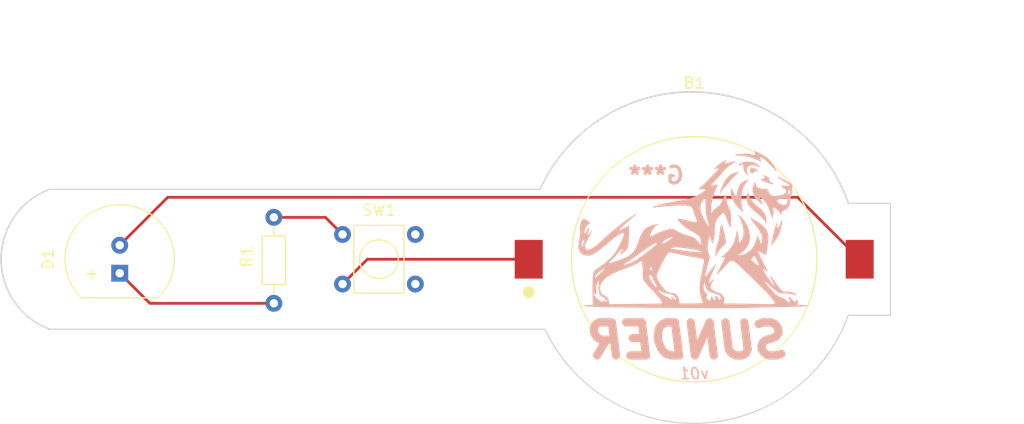
<source format=kicad_pcb>
(kicad_pcb (version 20211014) (generator pcbnew)
  (title_block (title "Simple Led Torch") (date "2022-01-30") (rev "v02") (company "SELF") (comment 1 "Author: Sunder"))
  (layers (0 "F.Cu" signal) (31 "B.Cu" signal) (34 "B.Paste" user) (35 "F.Paste" user) (36 "B.SilkS" user "B.Silkscreen") (37 "F.SilkS" user "F.Silkscreen") (38 "B.Mask" user) (39 "F.Mask" user) (44 "Edge.Cuts" user))
  (net 0 "")
  (net 1 "Net-(B1-Pad1)")
  (net 2 "Net-(B1-Pad2)")
  (net 3 "Net-(D1-Pad1)")
  (net 4 "Net-(R1-Pad2)")
  (footprint "simple_led_torch:DPST_L6.5mm_D4.5mm" (layer "F.Cu") (at 95.885 134.62)
    (fp_text reference "SW1" (at 0 -4.445 unlocked) (layer "F.SilkS"))
    (fp_text value "DPST_Push_Button")
    (fp_rect (start -2.275 -3.075) (end 2.275 3.075) (layer "F.SilkS") (width 0.12) (fill none))
    (fp_circle (center 0 0) (end 0.725 1.6) (layer "F.SilkS") (width 0.12) (fill none))
    (pad "1" thru_hole circle (at -3.3 -2.25) (size 1.524 1.524) (drill 0.762) (layers *.Cu *.Mask) (net 4 "Net-(R1-Pad2)"))
    (pad "2" thru_hole circle (at -3.3 2.25) (size 1.524 1.524) (drill 0.762) (layers *.Cu *.Mask) (net 1 "Net-(B1-Pad1)"))
    (pad "3" thru_hole circle (at 3.3 -2.25) (size 1.524 1.524) (drill 0.762) (layers *.Cu *.Mask))
    (pad "4" thru_hole circle (at 3.3 2.25) (size 1.524 1.524) (drill 0.762) (layers *.Cu *.Mask))
  )
  (footprint "simple_led_torch:LED_L10mm_D2.54mm" (layer "F.Cu") (at 72.39 134.62 90)
    (fp_text reference "D1" (at 0 -6.5 90 unlocked) (layer "F.SilkS"))
    (fp_text value "Led")
    (fp_line (start -3.5 -3.5) (end -3.5 3.5) (layer "F.SilkS") (width 0.12))
    (fp_arc (start -3.5 -3.5) (mid 4.949747 0) (end -3.5 3.5) (layer "F.SilkS") (width 0.12))
    (pad "1" thru_hole rect (at -1.27 0 90) (size 1.524 1.524) (drill 0.762) (layers *.Cu *.Mask) (net 3 "Net-(D1-Pad1)"))
    (pad "2" thru_hole circle (at 1.27 0 90) (size 1.524 1.524) (drill 0.762) (layers *.Cu *.Mask) (net 2 "Net-(B1-Pad2)"))
  )
  (footprint "simple_led_torch:2032_Battery_Holder" (layer "F.Cu") (at 124.46 134.62)
    (fp_text reference "B1" (at 0 -16 unlocked) (layer "F.SilkS"))
    (fp_text value "Battery_Cell")
    (fp_circle (center 0 0) (end 11.125 0) (layer "F.SilkS") (width 0.12) (fill none))
    (fp_circle (center -15 2.99) (end -14.5 2.99) (layer "F.SilkS") (width 0.1) (fill solid))
    (pad "1" smd rect (at -15 0) (size 2.54 3.51) (layers "F.Cu" "F.Paste" "F.Mask") (net 1 "Net-(B1-Pad1)"))
    (pad "2" smd rect (at 15 0) (size 2.54 3.51) (layers "F.Cu" "F.Paste" "F.Mask") (net 2 "Net-(B1-Pad2)"))
  )
  (footprint "simple_led_torch:R_Axial_L8mm_D2.5mm_Horizontal" (layer "F.Cu") (at 86.36 138.62 90)
    (fp_text reference "R1" (at 4.23 -2.47 90 unlocked) (layer "F.SilkS"))
    (fp_text value "330")
    (fp_line (start 6.1 0) (end 6.9 0) (layer "F.SilkS") (width 0.12))
    (fp_line (start 1.7 0) (end 0.9 0) (layer "F.SilkS") (width 0.12))
    (fp_rect (start 1.7 -1.05) (end 6.1 1.05) (layer "F.SilkS") (width 0.12) (fill none))
    (pad "1" thru_hole circle (at 0 0 90) (size 1.524 1.524) (drill 0.762) (layers *.Cu *.Mask) (net 3 "Net-(D1-Pad1)"))
    (pad "2" thru_hole circle (at 7.8 0 90) (size 1.524 1.524) (drill 0.762) (layers *.Cu *.Mask) (net 4 "Net-(R1-Pad2)"))
  )
  (footprint "Logo:Lion_Logo" (layer "B.Cu") (at 125 132 180)
    (fp_text reference "G***" (at 4 5) (layer "B.SilkS") (effects (font (size 1.524 1.524) (thickness 0.3)) (justify mirror)))
    (fp_text value "LOGO" hide)
    (fp_poly (pts (xy -2.356583 6.360018) (xy -2.235998 6.32509) (xy -2.191421 6.318719) (xy -2.104896 6.28074) (xy -1.955511 6.182471) (xy -1.773332 6.047411) (xy -1.588423 5.899059) (xy -1.430849 5.760915) (xy -1.330676 5.656479) (xy -1.315816 5.634322) (xy -1.278221 5.547919) (xy -1.318059 5.537079) (xy -1.409985 5.568873) (xy -1.58008 5.622313) (xy -1.65035 5.61216) (xy -1.621471 5.533907) (xy -1.494123 5.383046) (xy -1.445619 5.332048) (xy -1.258861 5.137253) (xy -1.031834 4.898484) (xy -0.809662 4.663218) (xy -0.78202 4.633802) (xy -0.564089 4.411909) (xy -0.33196 4.191642) (xy -0.130647 4.015477) (xy -0.103865 3.993872) (xy 0.198921 3.753694) (xy -0.041303 3.749297) (xy -0.23192 3.734472) (xy -0.384493 3.70389) (xy -0.399373 3.698624) (xy -0.451091 3.663425) (xy -0.428078 3.61263) (xy -0.316581 3.528896) (xy -0.211688 3.461976) (xy 0.078983 3.283445) (xy 0.324608 3.142652) (xy 0.548787 3.03165) (xy 0.775124 2.942495) (xy 1.027219 2.867242) (xy 1.328675 2.797944) (xy 1.703093 2.726655) (xy 2.174076 2.645431) (xy 2.253509 2.632068) (xy 2.636842 2.562754) (xy 3.013611 2.485776) (xy 3.369474 2.405166) (xy 3.690092 2.324956) (xy 3.961124 2.24918) (xy 4.16823 2.181869) (xy 4.297069 2.127056) (xy 4.333301 2.088773) (xy 4.262585 2.071054) (xy 4.25021 2.070598) (xy 4.097719 2.076476) (xy 3.857032 2.097079) (xy 3.563755 2.128987) (xy 3.311786 2.160809) (xy 2.836996 2.214163) (xy 2.365395 2.248003) (xy 1.919851 2.26223) (xy 1.523231 2.256746) (xy 1.198401 2.231451) (xy 0.968229 2.186246) (xy 0.926469 2.171118) (xy 0.769049 2.084675) (xy 0.679827 1.964527) (xy 0.628602 1.803377) (xy 0.560198 1.569357) (xy 0.45475 1.27871) (xy 0.30303 0.906347) (xy 0.270193 0.82894) (xy 0.284784 0.770354) (xy 0.399601 0.754149) (xy 0.619375 0.780747) (xy 0.948836 0.850572) (xy 1.19297 0.91128) (xy 1.473941 0.977733) (xy 1.726438 1.026509) (xy 1.915346 1.051365) (xy 1.984994 1.052044) (xy 2.057993 1.038971) (xy 2.084406 1.010233) (xy 2.054385 0.949148) (xy 1.958084 0.839036) (xy 1.785654 0.663219) (xy 1.711922 0.589489) (xy 1.371301 0.280543) (xy 1.015951 0.030392) (xy 0.691175 -0.151468) (xy 0.395025 -0.312799) (xy 0.192694 -0.452622) (xy 0.062457 -0.597448) (xy -0.017408 -0.773789) (xy -0.068624 -1.008155) (xy -0.081807 -1.094828) (xy -0.11781 -1.345074) (xy 0.238263 -0.960258) (xy 0.420957 -0.768597) (xy 0.562587 -0.646565) (xy 0.634257 -0.607852) (xy 2.471182 -0.607852) (xy 2.627586 -0.733587) (xy 2.889756 -0.931461) (xy 3.115186 -1.077109) (xy 3.289917 -1.163938) (xy 3.399989 -1.185355) (xy 3.415033 -1.161158) (xy 3.904018 -1.161158) (xy 3.981097 -1.258517) (xy 4.13336 -1.406506) (xy 4.347949 -1.593443) (xy 4.612004 -1.807646) (xy 4.912667 -2.037434) (xy 4.942365 -2.059428) (xy 5.322569 -2.338039) (xy 5.622226 -2.551444) (xy 5.859659 -2.711117) (xy 6.053194 -2.828531) (xy 6.221155 -2.915161) (xy 6.381867 -2.982481) (xy 6.463505 -3.011889) (xy 6.721435 -3.0927) (xy 6.872234 -3.121687) (xy 6.913492 -3.100757) (xy 6.842801 -3.031817) (xy 6.657751 -2.916776) (xy 6.61426 -2.892503) (xy 6.391571 -2.757387) (xy 6.110626 -2.568952) (xy 5.809618 -2.353588) (xy 5.561655 -2.165252) (xy 5.288054 -1.959025) (xy 4.991667 -1.749923) (xy 4.693586 -1.551255) (xy 4.4149 -1.376332) (xy 4.176702 -1.238462) (xy 4.000082 -1.150956) (xy 3.914981 -1.126109) (xy 3.904018 -1.161158) (xy 3.415033 -1.161158) (xy 3.431442 -1.134765) (xy 3.42551 -1.110468) (xy 3.345665 -1.007841) (xy 3.18791 -0.885265) (xy 2.991287 -0.767263) (xy 2.794838 -0.678357) (xy 2.690148 -0.648584) (xy 2.471182 -0.607852) (xy 0.634257 -0.607852) (xy 0.704688 -0.569808) (xy 0.888797 -0.51397) (xy 1.068299 -0.473561) (xy 1.586393 -0.310321) (xy 2.030362 -0.093525) (xy 2.269162 0.039177) (xy 2.43396 0.116871) (xy 2.557822 0.149299) (xy 2.673813 0.146202) (xy 2.776348 0.12624) (xy 3.283567 -0.019919) (xy 3.820227 -0.229513) (xy 4.120035 -0.370812) (xy 4.318766 -0.465414) (xy 4.470416 -0.52691) (xy 4.544587 -0.5431) (xy 4.546397 -0.541945) (xy 4.549437 -0.459089) (xy 4.493317 -0.307336) (xy 4.394974 -0.117112) (xy 4.271345 0.081158) (xy 4.139367 0.257046) (xy 4.04805 0.353316) (xy 3.79431 0.582555) (xy 4.07117 0.538589) (xy 4.526212 0.41869) (xy 4.895921 0.213157) (xy 5.188087 -0.085112) (xy 5.410501 -0.483223) (xy 5.515288 -0.778263) (xy 5.61795 -1.075995) (xy 5.751686 -1.402429) (xy 5.864089 -1.639905) (xy 6.009272 -1.884353) (xy 6.177746 -2.0846) (xy 6.390484 -2.255287) (xy 6.668457 -2.411052) (xy 7.032639 -2.566533) (xy 7.367068 -2.689) (xy 7.733301 -2.817418) (xy 7.993074 -2.906533) (xy 8.158407 -2.957266) (xy 8.241322 -2.970537) (xy 8.25384 -2.947264) (xy 8.207983 -2.888368) (xy 8.115772 -2.794768) (xy 8.063025 -2.742239) (xy 7.881592 -2.55489) (xy 7.663767 -2.321756) (xy 7.455092 -2.091619) (xy 7.444828 -2.080065) (xy 7.280537 -1.901381) (xy 7.144937 -1.765797) (xy 7.060791 -1.695673) (xy 7.048469 -1.690711) (xy 7.046375 -1.738242) (xy 7.096909 -1.862045) (xy 7.154376 -1.972172) (xy 7.233567 -2.119854) (xy 7.255351 -2.19078) (xy 7.20837 -2.18558) (xy 7.081263 -2.104883) (xy 6.913054 -1.985528) (xy 6.759454 -1.867006) (xy 6.646406 -1.749917) (xy 6.567139 -1.612515) (xy 6.514881 -1.433056) (xy 6.482863 -1.189791) (xy 6.464313 -0.860977) (xy 6.454409 -0.512485) (xy 6.432475 0.445228) (xy 6.882501 0.218599) (xy 7.094472 0.116523) (xy 7.260065 0.045545) (xy 7.35112 0.017449) (xy 7.359548 0.018989) (xy 7.324851 0.067493) (xy 7.21134 0.183308) (xy 7.034507 0.351513) (xy 6.809845 0.557191) (xy 6.6806 0.672811) (xy 6.422247 0.90408) (xy 6.1886 1.116718) (xy 5.999962 1.291993) (xy 5.876636 1.411171) (xy 5.849507 1.439646) (xy 5.724384 1.579679) (xy 5.915776 1.462376) (xy 6.335217 1.188622) (xy 6.809408 0.851504) (xy 7.305182 0.476685) (xy 7.789368 0.089829) (xy 8.228798 -0.2834) (xy 8.537563 -0.566164) (xy 8.947609 -0.951099) (xy 9.28687 -1.249314) (xy 9.56618 -1.468923) (xy 9.796375 -1.618041) (xy 9.988291 -1.704783) (xy 10.092721 -1.730782) (xy 10.292515 -1.724811) (xy 10.408055 -1.633312) (xy 10.438952 -1.463618) (xy 10.384812 -1.223063) (xy 10.245244 -0.918979) (xy 10.213529 -0.864918) (xy 10.514568 -0.864918) (xy 10.534037 -0.938424) (xy 10.574111 -1.106404) (xy 10.612787 -1.312937) (xy 10.617288 -1.341381) (xy 10.643696 -1.490608) (xy 10.66689 -1.528603) (xy 10.699174 -1.46829) (xy 10.710237 -1.439013) (xy 10.73895 -1.262085) (xy 10.727657 -1.118581) (xy 10.664039 -0.959945) (xy 10.589317 -0.864545) (xy 10.520815 -0.819222) (xy 10.514568 -0.864918) (xy 10.213529 -0.864918) (xy 10.145196 -0.748438) (xy 10.015287 -0.524214) (xy 9.910946 -0.314949) (xy 9.853484 -0.163643) (xy 9.851784 -0.156404) (xy 9.810594 0.03128) (xy 9.936433 -0.165219) (xy 10.039811 -0.308157) (xy 10.129064 -0.402172) (xy 10.138975 -0.409123) (xy 10.183333 -0.413004) (xy 10.186566 -0.336519) (xy 10.147078 -0.166856) (xy 10.081606 0.051076) (xy 10.051461 0.195231) (xy 10.075251 0.240868) (xy 10.139273 0.194737) (xy 10.229829 0.063588) (xy 10.290621 -0.051905) (xy 10.391519 -0.232441) (xy 10.462461 -0.30245) (xy 10.496285 -0.26094) (xy 10.48583 -0.106922) (xy 10.480774 -0.078202) (xy 10.405309 0.171056) (xy 10.287109 0.392335) (xy 10.148864 0.54888) (xy 10.063958 0.597018) (xy 9.980936 0.630038) (xy 9.979964 0.675806) (xy 10.06292 0.771909) (xy 10.073244 0.782903) (xy 10.252661 0.932216) (xy 10.438651 1.020944) (xy 10.59651 1.035774) (xy 10.658861 1.007531) (xy 10.744855 0.879039) (xy 10.82064 0.667721) (xy 10.87673 0.415874) (xy 10.90364 0.165793) (xy 10.892797 -0.035574) (xy 10.878605 -0.260969) (xy 10.908502 -0.573627) (xy 10.966322 -0.903579) (xy 11.023128 -1.211412) (xy 11.050228 -1.430821) (xy 11.049554 -1.594437) (xy 11.02304 -1.734894) (xy 11.016838 -1.756365) (xy 10.879088 -2.009263) (xy 10.647506 -2.192441) (xy 10.339935 -2.292614) (xy 10.286985 -2.299814) (xy 10.083716 -2.298809) (xy 9.866539 -2.245233) (xy 9.621358 -2.131213) (xy 9.33408 -1.948879) (xy 8.990608 -1.690359) (xy 8.576847 -1.347783) (xy 8.566827 -1.339225) (xy 8.127244 -0.969305) (xy 7.769124 -0.681789) (xy 7.4844 -0.471674) (xy 7.265006 -0.333957) (xy 7.102873 -0.263633) (xy 6.989936 -0.2557) (xy 6.918127 -0.305154) (xy 6.912756 -0.313291) (xy 6.918237 -0.401977) (xy 6.974579 -0.575648) (xy 7.070624 -0.810622) (xy 7.195211 -1.083214) (xy 7.337181 -1.369739) (xy 7.485375 -1.646514) (xy 7.628635 -1.889854) (xy 7.721447 -2.02964) (xy 8.148831 -2.536341) (xy 8.667748 -2.997597) (xy 9.15784 -3.332683) (xy 9.424982 -3.509282) (xy 9.593138 -3.664467) (xy 9.673973 -3.794973) (xy 9.701642 -3.921691) (xy 9.724433 -4.142959) (xy 9.742196 -4.436278) (xy 9.754785 -4.779146) (xy 9.762051 -5.149064) (xy 9.763845 -5.523531) (xy 9.76002 -5.880047) (xy 9.750428 -6.19611) (xy 9.734919 -6.449221) (xy 9.713347 -6.616878) (xy 9.692924 -6.673185) (xy 9.701707 -6.710386) (xy 9.813727 -6.743358) (xy 10.037589 -6.774055) (xy 10.209057 -6.790466) (xy 10.791872 -6.841065) (xy 10.416503 -6.885096) (xy 10.22244 -6.902762) (xy 9.935197 -6.922402) (xy 9.586657 -6.942135) (xy 9.208703 -6.960078) (xy 9.008867 -6.968163) (xy 8.789588 -6.974547) (xy 8.468749 -6.981165) (xy 8.056373 -6.987949) (xy 7.562484 -6.994835) (xy 6.997107 -7.001755) (xy 6.370263 -7.008644) (xy 5.691978 -7.015436) (xy 4.972274 -7.022064) (xy 4.221176 -7.028463) (xy 3.448706 -7.034566) (xy 2.664889 -7.040307) (xy 1.879748 -7.04562) (xy 1.103307 -7.050439) (xy 0.345589 -7.054697) (xy -0.383382 -7.05833) (xy -1.073583 -7.06127) (xy -1.714989 -7.063451) (xy -2.297577 -7.064808) (xy -2.811324 -7.065274) (xy -3.246205 -7.064783) (xy -3.592198 -7.063269) (xy -3.839279 -7.060666) (xy -3.977424 -7.056908) (xy -4.003941 -7.053998) (xy -4.071171 -7.046598) (xy -4.250383 -7.037731) (xy -4.528448 -7.027767) (xy -4.892239 -7.017077) (xy -5.328628 -7.00603) (xy -5.824488 -6.994996) (xy -6.366689 -6.984344) (xy -6.662808 -6.979076) (xy -7.238689 -6.968253) (xy -7.787533 -6.956152) (xy -8.294063 -6.94324) (xy -8.743002 -6.929982) (xy -9.119074 -6.916845) (xy -9.407002 -6.904294) (xy -9.59151 -6.892797) (xy -9.634483 -6.888395) (xy -9.978571 -6.842812) (xy -9.403006 -6.791906) (xy -8.82744 -6.741001) (xy -8.857289 -6.576782) (xy -8.856962 -6.451407) (xy -8.82426 -6.335237) (xy -8.775976 -6.264068) (xy -8.728903 -6.273698) (xy -8.72156 -6.287439) (xy -8.649282 -6.427566) (xy -8.579637 -6.474149) (xy -8.487508 -6.42519) (xy -8.347779 -6.278694) (xy -8.328093 -6.256158) (xy -8.16556 -6.085919) (xy -8.066992 -6.021711) (xy -8.033137 -6.06355) (xy -8.064743 -6.211454) (xy -8.077934 -6.250753) (xy -8.115695 -6.430632) (xy -8.084472 -6.5174) (xy -8.026989 -6.53857) (xy -7.944723 -6.491389) (xy -7.820209 -6.362555) (xy -7.713021 -6.234471) (xy -7.613241 -6.166094) (xy -7.436939 -6.089002) (xy -7.293494 -6.041358) (xy -7.140787 -5.990794) (xy -7.012148 -5.926858) (xy -6.884194 -5.830708) (xy -6.733544 -5.683505) (xy -6.536813 -5.466408) (xy -6.433784 -5.348664) (xy -6.168659 -5.040346) (xy -5.988929 -4.82218) (xy -5.894244 -4.693192) (xy -5.884254 -4.652409) (xy -5.958609 -4.698857) (xy -6.116959 -4.831564) (xy -6.310179 -5.004927) (xy -6.594417 -5.264335) (xy -6.806968 -5.45263) (xy -6.970117 -5.581316) (xy -7.106146 -5.661897) (xy -7.237337 -5.705877) (xy -7.385975 -5.724761) (xy -7.574342 -5.730052) (xy -7.717534 -5.731511) (xy -8.080064 -5.747478) (xy -8.338688 -5.78683) (xy -8.495017 -5.8426) (xy -8.641004 -5.903116) (xy -8.692333 -5.883271) (xy -8.651143 -5.781984) (xy -8.642569 -5.768202) (xy -8.542189 -5.693146) (xy -8.363512 -5.620943) (xy -8.152951 -5.564608) (xy -7.956919 -5.53716) (xy -7.843897 -5.544193) (xy -7.698102 -5.566843) (xy -7.567682 -5.54653) (xy -7.436414 -5.4705) (xy -7.288074 -5.325995) (xy -7.106439 -5.100261) (xy -6.878503 -4.785104) (xy -6.694906 -4.526865) (xy -6.537518 -4.309793) (xy -6.419888 -4.152247) (xy -6.355565 -4.072586) (xy -6.348172 -4.066503) (xy -6.349587 -4.11842) (xy -6.391085 -4.253715) (xy -6.461321 -4.4417) (xy -6.548946 -4.651689) (xy -6.628025 -4.823325) (xy -6.761939 -5.098769) (xy -6.601237 -4.911084) (xy -6.463227 -4.738553) (xy -6.30263 -4.520481) (xy -6.135006 -4.280342) (xy -5.975913 -4.041613) (xy -5.840911 -3.827768) (xy -5.745559 -3.662283) (xy -5.705415 -3.568632) (xy -5.705608 -3.559776) (xy -5.762285 -3.550179) (xy -5.874986 -3.611477) (xy -5.90122 -3.631215) (xy -6.024062 -3.713363) (xy -6.101542 -3.738687) (xy -6.10744 -3.735582) (xy -6.092436 -3.671142) (xy -6.027529 -3.519903) (xy -5.923218 -3.304643) (xy -5.823951 -3.113341) (xy -5.315478 -3.113341) (xy -5.304239 -3.182601) (xy -5.217233 -3.155167) (xy -5.052757 -3.033225) (xy -4.925044 -2.923467) (xy -4.626196 -2.658867) (xy -4.771684 -2.479543) (xy -4.917171 -2.300219) (xy -5.117453 -2.675985) (xy -5.252649 -2.945198) (xy -5.315478 -3.113341) (xy -5.823951 -3.113341) (xy -5.793929 -3.055483) (xy -5.645368 -2.769495) (xy -5.510406 -2.49567) (xy -5.405727 -2.268662) (xy -5.354596 -2.142914) (xy -5.261152 -1.878065) (xy -5.622176 -2.060309) (xy -5.983199 -2.242553) (xy -6.089021 -1.574848) (xy -6.146378 -1.190839) (xy -6.179386 -0.899518) (xy -6.188801 -0.670996) (xy -6.175383 -0.475384) (xy -6.139889 -0.282792) (xy -6.123494 -0.214937) (xy -6.004204 0.068131) (xy -5.78648 0.343604) (xy -5.461527 0.620662) (xy -5.083128 0.871116) (xy -4.863405 1.00088) (xy -4.690216 1.097411) (xy -4.586441 1.148281) (xy -4.566995 1.151463) (xy -4.605146 1.040212) (xy -4.708391 0.860438) (xy -4.859916 0.638207) (xy -5.042906 0.399584) (xy -5.085242 0.348047) (xy -5.366856 -0.028585) (xy -5.544149 -0.362519) (xy -5.623071 -0.67018) (xy -5.609576 -0.967991) (xy -5.59111 -1.047907) (xy -5.537127 -1.158745) (xy -5.477099 -1.184876) (xy -5.443585 -1.115717) (xy -5.442857 -1.096094) (xy -5.420007 -0.971227) (xy -5.363678 -0.807145) (xy -5.2922 -0.646323) (xy -5.223906 -0.531239) (xy -5.185818 -0.500493) (xy -5.134608 -0.550405) (xy -5.130049 -0.58298) (xy -5.100343 -0.768098) (xy -5.022491 -1.015538) (xy -4.913395 -1.280735) (xy -4.789955 -1.519126) (xy -4.752082 -1.579615) (xy -4.561464 -1.79429) (xy -4.302406 -1.990732) (xy -4.014802 -2.145685) (xy -3.738548 -2.235894) (xy -3.602939 -2.249452) (xy -3.409606 -2.246687) (xy -3.634807 -2.12766) (xy -3.911329 -1.926932) (xy -4.169322 -1.640688) (xy -4.374914 -1.30759) (xy -4.399842 -1.25441) (xy -4.504271 -0.878488) (xy -4.514299 -0.456424) (xy -4.437845 -0.014095) (xy -4.282824 0.422618) (xy -4.057154 0.827838) (xy -3.768751 1.175687) (xy -3.614997 1.311042) (xy -3.449401 1.4413) (xy -3.672338 0.926856) (xy -3.838276 0.455872) (xy -3.920658 0.012716) (xy -3.919854 -0.386747) (xy -3.836238 -0.726654) (xy -3.670181 -0.991138) (xy -3.626323 -1.034301) (xy -3.555687 -1.091847) (xy -3.518587 -1.085511) (xy -3.503402 -0.994641) (xy -3.49864 -0.807357) (xy -3.480393 -0.556428) (xy -3.439737 -0.309989) (xy -3.416137 -0.218966) (xy -3.338442 0.03128) (xy -3.260117 -0.406651) (xy -3.120075 -0.943324) (xy -2.897642 -1.404963) (xy -2.575667 -1.822907) (xy -2.376623 -2.021006) (xy -2.188099 -2.199438) (xy -2.040399 -2.346628) (xy -1.953742 -2.442031) (xy -1.939409 -2.465323) (xy -1.990961 -2.481648) (xy -2.095813 -2.465592) (xy -2.211557 -2.450643) (xy -2.252217 -2.46917) (xy -2.224356 -2.537533) (xy -2.148186 -2.693883) (xy -2.03482 -2.916096) (xy -1.895373 -3.182047) (xy -1.871638 -3.226703) (xy -1.73054 -3.499802) (xy -1.616745 -3.735717) (xy -1.540754 -3.911479) (xy -1.51307 -4.004118) (xy -1.513749 -4.009474) (xy -1.560256 -3.990965) (xy -1.671364 -3.891996) (xy -1.831322 -3.728025) (xy -2.024379 -3.514507) (xy -2.061341 -3.472106) (xy -2.272591 -3.237012) (xy -2.467813 -3.03521) (xy -2.626252 -2.887155) (xy -2.727149 -2.813299) (xy -2.732038 -2.811238) (xy -2.898689 -2.786344) (xy -3.080966 -2.842009) (xy -3.294599 -2.986603) (xy -3.555317 -3.228494) (xy -3.597574 -3.27174) (xy -3.758166 -3.433404) (xy -3.989881 -3.660928) (xy -4.272458 -3.934706) (xy -4.585632 -4.235131) (xy -4.909143 -4.542597) (xy -4.986237 -4.615414) (xy -5.41645 -5.0296) (xy -5.801485 -5.416888) (xy -6.132965 -5.767843) (xy -6.402512 -6.073032) (xy -6.601749 -6.323019) (xy -6.722299 -6.508369) (xy -6.75665 -6.609264) (xy -6.748168 -6.640307) (xy -6.713544 -6.663798) (xy -6.639015 -6.68026) (xy -6.510814 -6.690219) (xy -6.315177 -6.694199) (xy -6.038339 -6.692725) (xy -5.666535 -6.686322) (xy -5.186 -6.675514) (xy -5.083128 -6.673051) (xy -4.596505 -6.661903) (xy -4.113868 -6.651888) (xy -3.660703 -6.643458) (xy -3.262497 -6.637064) (xy -2.944736 -6.633159) (xy -2.774303 -6.632135) (xy -2.139 -6.631528) (xy -2.172006 -6.385449) (xy -2.157637 -6.107984) (xy -2.130664 -6.051253) (xy -1.857845 -6.051253) (xy -1.84988 -6.157299) (xy -1.813586 -6.240772) (xy -1.754236 -6.350593) (xy -1.722575 -6.354214) (xy -1.703085 -6.287439) (xy -1.647719 -6.141197) (xy -1.609374 -6.080698) (xy -1.496069 -5.979573) (xy -1.437617 -5.942655) (xy -1.363647 -5.920239) (xy -1.35273 -5.986625) (xy -1.361363 -6.038869) (xy -1.368345 -6.202364) (xy -1.349477 -6.298523) (xy -1.312378 -6.349632) (xy -1.258047 -6.311604) (xy -1.179316 -6.193255) (xy -1.050219 -5.980972) (xy -0.962893 -6.18866) (xy -0.899043 -6.322262) (xy -0.8412 -6.357706) (xy -0.751492 -6.314012) (xy -0.734951 -6.303137) (xy -0.612227 -6.1807) (xy -0.570143 -6.049773) (xy -0.619501 -5.947866) (xy -0.630462 -5.940355) (xy -0.657836 -5.882271) (xy -0.602868 -5.776649) (xy -0.511494 -5.664795) (xy -0.380132 -5.48813) (xy -0.323312 -5.315942) (xy -0.313766 -5.143513) (xy -0.326696 -4.94649) (xy -0.358204 -4.793233) (xy -0.375369 -4.75468) (xy -0.418812 -4.712108) (xy -0.435613 -4.777716) (xy -0.436973 -4.831616) (xy -0.461219 -5.000747) (xy -0.52009 -5.205104) (xy -0.537647 -5.251609) (xy -0.617228 -5.409691) (xy -0.725932 -5.513624) (xy -0.905572 -5.599949) (xy -0.959938 -5.620642) (xy -1.184232 -5.698205) (xy -1.394485 -5.761665) (xy -1.47935 -5.782889) (xy -1.656588 -5.851795) (xy -1.786444 -5.94715) (xy -1.857845 -6.051253) (xy -2.130664 -6.051253) (xy -2.047461 -5.876252) (xy -1.858255 -5.716134) (xy -1.703899 -5.663279) (xy -1.43557 -5.584474) (xy -1.199397 -5.463203) (xy -1.027814 -5.319722) (xy -0.957384 -5.197076) (xy -0.961298 -5.02793) (xy -1.051321 -4.802071) (xy -1.084485 -4.740464) (xy -1.196461 -4.531224) (xy -1.239761 -4.422752) (xy -1.212956 -4.410301) (xy -1.114617 -4.489121) (xy -1.032266 -4.566995) (xy -0.901598 -4.690668) (xy -0.837151 -4.733174) (xy -0.815516 -4.700653) (xy -0.8133 -4.624424) (xy -0.839907 -4.496629) (xy -0.910489 -4.296078) (xy -1.011191 -4.06097) (xy -1.039011 -4.002176) (xy -1.158504 -3.745708) (xy -1.266843 -3.497566) (xy -1.34315 -3.305825) (xy -1.350687 -3.284483) (xy -1.436651 -3.034237) (xy -1.210519 -3.284483) (xy -1.051588 -3.469918) (xy -0.863944 -3.702449) (xy -0.711159 -3.901341) (xy -0.58077 -4.066902) (xy -0.484214 -4.171608) (xy -0.439197 -4.196691) (xy -0.437931 -4.190977) (xy -0.453297 -4.104998) (xy -0.495432 -3.92271) (xy -0.558392 -3.668576) (xy -0.636234 -3.367058) (xy -0.659944 -3.277259) (xy -0.814435 -2.695002) (xy -0.351581 -2.695002) (xy -0.341204 -2.854842) (xy -0.297057 -3.111291) (xy -0.229733 -3.42369) (xy -0.101842 -4.014348) (xy -0.012272 -4.508009) (xy 0.038972 -4.926785) (xy 0.051886 -5.292792) (xy 0.026463 -5.628143) (xy -0.0373 -5.954953) (xy -0.139409 -6.295336) (xy -0.230443 -6.545035) (xy -0.223743 -6.577116) (xy -0.165202 -6.600438) (xy -0.039619 -6.616267) (xy 0.16821 -6.625873) (xy 0.473485 -6.630523) (xy 0.806607 -6.631528) (xy 1.876847 -6.631528) (xy 1.876847 -6.627707) (xy 3.444733 -6.627707) (xy 4.209189 -6.645258) (xy 4.490816 -6.65094) (xy 4.869341 -6.657432) (xy 5.316545 -6.664312) (xy 5.804207 -6.671158) (xy 6.304108 -6.67755) (xy 6.615887 -6.68119) (xy 8.258128 -6.699572) (xy 8.258128 -6.549762) (xy 8.282031 -6.39242) (xy 8.508374 -6.39242) (xy 8.51723 -6.468565) (xy 8.566206 -6.467044) (xy 8.664778 -6.406809) (xy 8.774485 -6.34175) (xy 8.815576 -6.349481) (xy 8.821182 -6.405367) (xy 8.838478 -6.493312) (xy 8.855147 -6.506404) (xy 8.945149 -6.465771) (xy 9.090328 -6.362023) (xy 9.259295 -6.222391) (xy 9.420662 -6.074105) (xy 9.543039 -5.944396) (xy 9.594078 -5.865379) (xy 9.610369 -5.731731) (xy 9.569008 -5.704738) (xy 9.4797 -5.79063) (xy 9.479028 -5.791513) (xy 9.430301 -5.845376) (xy 9.40793 -5.828502) (xy 9.408135 -5.722596) (xy 9.425048 -5.530404) (xy 9.430462 -5.201564) (xy 9.384158 -4.915312) (xy 9.292813 -4.702514) (xy 9.230691 -4.631929) (xy 9.182321 -4.607285) (xy 9.174045 -4.661822) (xy 9.203171 -4.815678) (xy 9.205036 -4.824) (xy 9.233184 -5.114948) (xy 9.210512 -5.449123) (xy 9.142501 -5.758009) (xy 9.126719 -5.803356) (xy 9.031904 -5.931231) (xy 8.90064 -6.018778) (xy 8.659848 -6.153557) (xy 8.529628 -6.302201) (xy 8.508374 -6.39242) (xy 8.282031 -6.39242) (xy 8.301933 -6.261417) (xy 8.427937 -6.051906) (xy 8.606243 -5.942021) (xy 8.857171 -5.800515) (xy 9.016688 -5.581023) (xy 9.071429 -5.307288) (xy 9.028562 -4.991121) (xy 8.891045 -4.706052) (xy 8.645501 -4.425336) (xy 8.617096 -4.398865) (xy 8.438269 -4.247786) (xy 8.239516 -4.110185) (xy 8.001563 -3.976335) (xy 7.705135 -3.83651) (xy 7.330958 -3.680982) (xy 6.859756 -3.500026) (xy 6.847181 -3.495336) (xy 8.666765 -3.495336) (xy 8.690088 -3.551239) (xy 8.794811 -3.656253) (xy 8.976232 -3.799801) (xy 8.98744 -3.80795) (xy 9.165996 -3.952213) (xy 9.317177 -4.099475) (xy 9.36281 -4.15458) (xy 9.455975 -4.276725) (xy 9.498095 -4.305441) (xy 9.509122 -4.250325) (xy 9.50936 -4.225084) (xy 9.460636 -4.099003) (xy 9.332733 -3.935902) (xy 9.153053 -3.764305) (xy 8.948997 -3.612737) (xy 8.883115 -3.573174) (xy 8.72954 -3.499122) (xy 8.666765 -3.495336) (xy 6.847181 -3.495336) (xy 6.768358 -3.465939) (xy 6.426585 -3.334057) (xy 6.101104 -3.199774) (xy 5.822144 -3.076159) (xy 5.619934 -2.976283) (xy 5.571179 -2.948307) (xy 5.273046 -2.764864) (xy 5.232828 -3.331452) (xy 5.214248 -3.624845) (xy 5.200214 -3.906701) (xy 5.193064 -4.127928) (xy 5.192611 -4.175939) (xy 5.184493 -4.319032) (xy 5.152659 -4.452372) (xy 5.085884 -4.592462) (xy 4.972946 -4.755803) (xy 4.802623 -4.958897) (xy 4.56369 -5.218248) (xy 4.288437 -5.505419) (xy 4.05109 -5.759296) (xy 3.838534 -6.002447) (xy 3.670166 -6.211543) (xy 3.56538 -6.363255) (xy 3.548829 -6.395011) (xy 3.444733 -6.627707) (xy 1.876847 -6.627707) (xy 1.876847 -6.48031) (xy 1.905104 -6.303487) (xy 1.908634 -6.293456) (xy 2.205841 -6.293456) (xy 2.249741 -6.30428) (xy 2.348648 -6.211024) (xy 2.388517 -6.162316) (xy 2.510019 -6.037426) (xy 2.589321 -6.013915) (xy 2.613354 -6.091269) (xy 2.599807 -6.170637) (xy 2.558464 -6.335363) (xy 2.754229 -6.170637) (xy 2.906491 -6.065083) (xy 3.039952 -6.008787) (xy 3.064699 -6.005912) (xy 3.159314 -5.972745) (xy 3.304065 -5.887928) (xy 3.469514 -5.773486) (xy 3.626224 -5.651446) (xy 3.744758 -5.543832) (xy 3.795678 -5.47267) (xy 3.792813 -5.461122) (xy 3.724456 -5.470272) (xy 3.586958 -5.530615) (xy 3.490634 -5.582896) (xy 3.235807 -5.692473) (xy 2.93394 -5.767981) (xy 2.846552 -5.780349) (xy 2.558267 -5.836295) (xy 2.368263 -5.936429) (xy 2.253173 -6.095657) (xy 2.223258 -6.177956) (xy 2.205841 -6.293456) (xy 1.908634 -6.293456) (xy 1.976904 -6.09943) (xy 2.072794 -5.90905) (xy 2.173321 -5.773255) (xy 2.231911 -5.733645) (xy 2.359788 -5.705698) (xy 2.554464 -5.672779) (xy 2.658867 -5.657654) (xy 2.845344 -5.620715) (xy 2.991534 -5.553003) (xy 3.141125 -5.428854) (xy 3.264411 -5.301963) (xy 3.444725 -5.084851) (xy 3.931744 -5.084851) (xy 3.94204 -5.119933) (xy 4.013352 -5.095078) (xy 4.062834 -5.069452) (xy 4.171161 -4.972039) (xy 4.304802 -4.799208) (xy 4.438496 -4.589988) (xy 4.546982 -4.383407) (xy 4.600629 -4.238547) (xy 4.614703 -4.10896) (xy 4.563532 -4.066791) (xy 4.555009 -4.066503) (xy 4.418452 -4.120428) (xy 4.328745 -4.247704) (xy 4.316749 -4.317301) (xy 4.285927 -4.420318) (xy 4.205451 -4.590297) (xy 4.102347 -4.774001) (xy 3.984502 -4.974614) (xy 3.931744 -5.084851) (xy 3.444725 -5.084851) (xy 3.465994 -5.059241) (xy 3.652086 -4.78696) (xy 3.805061 -4.51609) (xy 3.907293 -4.277605) (xy 3.941379 -4.112393) (xy 3.912828 -3.999591) (xy 3.835012 -3.801782) (xy 3.727082 -3.559763) (xy 4.352433 -3.559763) (xy 4.425546 -3.622845) (xy 4.48358 -3.628572) (xy 4.551912 -3.576575) (xy 4.566995 -3.507141) (xy 4.536496 -3.379771) (xy 4.465527 -3.349924) (xy 4.384882 -3.430476) (xy 4.38465 -3.430909) (xy 4.352433 -3.559763) (xy 3.727082 -3.559763) (xy 3.719691 -3.54319) (xy 3.578622 -3.248043) (xy 3.423565 -2.940566) (xy 3.266276 -2.644984) (xy 3.118515 -2.385525) (xy 3.046118 -2.267858) (xy 2.955015 -2.136606) (xy 2.865055 -2.052857) (xy 2.752608 -2.014127) (xy 2.59405 -2.017933) (xy 2.365752 -2.06179) (xy 2.044088 -2.143216) (xy 1.991906 -2.157035) (xy 1.69182 -2.228314) (xy 1.317194 -2.305022) (xy 0.917701 -2.377534) (xy 0.57274 -2.432004) (xy 0.259677 -2.481076) (xy -0.01037 -2.531115) (xy -0.212241 -2.576896) (xy -0.320777 -2.613192) (xy -0.329718 -2.619472) (xy -0.351581 -2.695002) (xy -0.814435 -2.695002) (xy -0.881958 -2.440515) (xy -0.762718 -2.04306) (xy -0.736286 -1.941857) (xy -0.125123 -1.941857) (xy -0.119596 -1.970143) (xy -0.009318 -1.982152) (xy 0.18659 -1.979275) (xy 0.449009 -1.962902) (xy 0.758819 -1.934424) (xy 1.096901 -1.895232) (xy 1.444135 -1.846716) (xy 1.657882 -1.812178) (xy 1.961497 -1.761826) (xy 2.241527 -1.718258) (xy 2.461667 -1.686969) (xy 2.565025 -1.674918) (xy 2.685182 -1.662105) (xy 2.710388 -1.647048) (xy 2.631281 -1.62094) (xy 2.465447 -1.581247) (xy 2.310839 -1.552798) (xy 2.145112 -1.541934) (xy 1.940492 -1.549759) (xy 1.669209 -1.577373) (xy 1.30349 -1.625879) (xy 1.28882 -1.627943) (xy 0.82054 -1.697429) (xy 0.461543 -1.759367) (xy 0.19647 -1.817167) (xy 0.009963 -1.874239) (xy -0.113337 -1.933993) (xy -0.125123 -1.941857) (xy -0.736286 -1.941857) (xy -0.708822 -1.836706) (xy -0.682083 -1.644667) (xy -0.683508 -1.436096) (xy -0.714101 -1.180148) (xy -0.774868 -0.845973) (xy -0.806881 -0.688178) (xy -0.852069 -0.469212) (xy -0.978764 -0.844582) (xy -1.105459 -1.219951) (xy -1.2231 -0.875862) (xy -1.318586 -0.41916) (xy -1.328384 -0.093843) (xy -1.336961 0.338116) (xy -1.34712 0.397148) (xy -0.792483 0.397148) (xy -0.791923 0.35264) (xy -0.763849 0.374069) (xy -0.709498 0.447709) (xy -0.666714 0.508519) (xy -0.549474 0.6911) (xy -0.413362 0.926769) (xy -0.319664 1.102854) (xy -0.127259 1.540021) (xy -0.031855 1.912695) (xy -0.033286 2.235213) (xy -0.131386 2.521916) (xy -0.300501 2.759288) (xy -0.469212 2.948065) (xy -0.478349 2.240412) (xy -0.500286 1.744288) (xy -0.554976 1.330603) (xy -0.616711 1.063546) (xy -0.706113 0.738875) (xy -0.764291 0.521317) (xy -0.792483 0.397148) (xy -1.34712 0.397148) (xy -1.396125 0.681905) (xy -1.514886 0.967367) (xy -1.702254 1.224345) (xy -1.738261 1.263808) (xy -1.893593 1.417939) (xy -2.024066 1.526256) (xy -2.097245 1.564039) (xy -2.181932 1.502882) (xy -2.284449 1.321897) (xy -2.402893 1.024815) (xy -2.46403 0.844581) (xy -2.545562 0.62711) (xy -2.636094 0.433127) (xy -2.674851 0.366668) (xy -2.722291 0.299606) (xy -2.754007 0.280495) (xy -2.773773 0.325751) (xy -2.785366 0.451794) (xy -2.79256 0.675038) (xy -2.796998 0.897831) (xy -2.800708 1.209163) (xy -2.793708 1.434406) (xy -2.769394 1.612528) (xy -2.721166 1.782497) (xy -2.642419 1.983278) (xy -2.593673 2.097776) (xy -2.462445 2.439987) (xy -2.393918 2.720134) (xy -2.37734 2.937023) (xy -2.374937 3.127943) (xy -2.360339 3.2145) (xy -2.322461 3.217449) (xy -2.25652 3.163253) (xy -2.169499 3.05022) (xy -2.061518 2.863029) (xy -1.965077 2.66226) (xy -1.844846 2.419134) (xy -1.720332 2.255244) (xy -1.557815 2.128214) (xy -1.52287 2.106565) (xy -1.332507 1.964914) (xy -1.171192 1.800283) (xy -1.126369 1.73764) (xy -1.045334 1.610075) (xy -1.008416 1.582622) (xy -0.995555 1.647984) (xy -0.993146 1.689162) (xy -1.013445 2.352073) (xy -1.148425 3.005061) (xy -1.401842 3.66607) (xy -1.410577 3.684653) (xy -1.509135 3.899903) (xy -1.579688 4.06679) (xy -1.61073 4.157607) (xy -1.610471 4.166048) (xy -1.543984 4.164997) (xy -1.400425 4.139733) (xy -1.343317 4.127099) (xy -1.119434 4.081743) (xy -1.009946 4.081377) (xy -1.010055 4.132933) (xy -1.114961 4.243344) (xy -1.206869 4.324207) (xy -1.383767 4.494394) (xy -1.596052 4.725846) (xy -1.806859 4.977672) (xy -1.876409 5.066911) (xy -2.184586 5.441609) (xy -2.482827 5.733152) (xy -2.807521 5.974617) (xy -3.01132 6.098494) (xy -3.163005 6.189484) (xy -3.213788 6.236556) (xy -3.173867 6.253348) (xy -3.128079 6.254661) (xy -2.979883 6.238527) (xy -2.768959 6.197143) (xy -2.627586 6.162315) (xy -2.38987 6.101064) (xy -2.257996 6.078137) (xy -2.217664 6.096902) (xy -2.254577 6.160728) (xy -2.319513 6.234894) (xy -2.407743 6.339858) (xy -2.409841 6.373293)) (layer "B.SilkS") (width 0) (fill solid))
    (fp_poly (pts (xy -7.391349 0.942232) (xy -7.333731 0.819012) (xy -7.292778 0.70787) (xy -7.215722 0.507952) (xy -7.136761 0.344064) (xy -7.104827 0.293563) (xy -7.049587 0.235183) (xy -7.014959 0.259017) (xy -6.98515 0.383263) (xy -6.974668 0.443543) (xy -6.930223 0.70661) (xy -6.81034 0.368945) (xy -6.74246 0.144213) (xy -6.669908 -0.149081) (xy -6.606082 -0.455687) (xy -6.593621 -0.524712) (xy -6.54366 -0.792503) (xy -6.493821 -1.027799) (xy -6.452415 -1.192376) (xy -6.440581 -1.22853) (xy -6.406845 -1.338849) (xy -6.408793 -1.376355) (xy -6.459465 -1.33323) (xy -6.567539 -1.220719) (xy -6.69536 -1.079188) (xy -7.033011 -0.614647) (xy -7.261848 -0.103328) (xy -7.384689 0.428691) (xy -7.415603 0.668678) (xy -7.432114 0.857658) (xy -7.431792 0.964558) (xy -7.42753 0.976575)) (layer "B.SilkS") (width 0) (fill solid))
    (fp_poly (pts (xy -5.718482 4.972867) (xy -5.782379 4.90974) (xy -5.861776 4.843574) (xy -5.862892 4.798611) (xy -5.771366 4.746979) (xy -5.677463 4.706127) (xy -5.555697 4.639417) (xy -5.506198 4.583976) (xy -5.561421 4.536422) (xy -5.70432 4.466336) (xy -5.902299 4.385701) (xy -6.122764 4.306498) (xy -6.333123 4.24071) (xy -6.50078 4.200318) (xy -6.568965 4.193285) (xy -6.668072 4.198932) (xy -6.668955 4.222189) (xy -6.565925 4.281933) (xy -6.537685 4.297066) (xy -6.36201 4.410354) (xy -6.278062 4.528997) (xy -6.257116 4.67967) (xy -6.214954 4.802537) (xy -6.074915 4.898602) (xy -6.039201 4.914276) (xy -5.854311 4.980974) (xy -5.742411 5.000417)) (layer "B.SilkS") (width 0) (fill solid))
    (fp_poly (pts (xy -4.254871 3.254853) (xy -4.19936 2.975232) (xy -4.232486 2.659479) (xy -4.347104 2.351964) (xy -4.419343 2.233772) (xy -4.546659 2.08464) (xy -4.742913 1.891464) (xy -4.976349 1.684472) (xy -5.118417 1.568298) (xy -5.360196 1.363915) (xy -5.583984 1.151169) (xy -5.75747 0.961861) (xy -5.821967 0.875862) (xy -6.005376 0.594335) (xy -6.005643 0.903031) (xy -5.95942 1.257832) (xy -5.813603 1.57898) (xy -5.558456 1.883881) (xy -5.359819 2.057517) (xy -5.02399 2.338737) (xy -4.778478 2.577249) (xy -4.605646 2.793602) (xy -4.487857 3.00835) (xy -4.442389 3.126551) (xy -4.334156 3.446263)) (layer "B.SilkS") (width 0) (fill solid))
    (fp_poly (pts (xy -4.154107 6.243664) (xy -3.8454 6.181787) (xy -3.605556 6.065991) (xy -3.528467 5.997245) (xy -3.44972 5.903998) (xy -3.459921 5.88153) (xy -3.550369 5.903754) (xy -3.713801 5.949611) (xy -3.800616 5.973882) (xy -3.866463 5.974729) (xy -3.899304 5.911509) (xy -3.909744 5.757436) (xy -3.910098 5.697395) (xy -3.965496 5.389654) (xy -4.129414 5.143543) (xy -4.326742 5.000002) (xy -4.382089 4.981679) (xy -4.377171 5.030512) (xy -4.309302 5.165365) (xy -4.301062 5.180454) (xy -4.21615 5.425139) (xy -4.236822 5.630452) (xy -4.347099 5.786653) (xy -4.531001 5.883999) (xy -4.772548 5.912749) (xy -5.05576 5.863161) (xy -5.275045 5.774215) (xy -5.392558 5.719681) (xy -5.422073 5.729308) (xy -5.390323 5.799491) (xy -5.206491 6.01759) (xy -4.924164 6.164056) (xy -4.848522 6.187029) (xy -4.49928 6.246963)) (layer "B.SilkS") (width 0) (fill solid))
    (fp_poly (pts (xy -4.898397 7.171441) (xy -4.897788 7.170858) (xy -4.902061 7.101473) (xy -4.942364 7.006896) (xy -4.989205 6.885237) (xy -4.951843 6.836235) (xy -4.819951 6.854584) (xy -4.71195 6.88851) (xy -4.486561 6.937245) (xy -4.192824 6.962618) (xy -3.87412 6.964957) (xy -3.573826 6.94459) (xy -3.335321 6.901843) (xy -3.264673 6.877582) (xy -3.166524 6.832814) (xy -3.138016 6.805951) (xy -3.193846 6.792152) (xy -3.348713 6.786575) (xy -3.546201 6.784826) (xy -4.044499 6.739808) (xy -4.565707 6.620674) (xy -5.051899 6.442396) (xy -5.246755 6.34525) (xy -5.519865 6.19433) (xy -5.489406 6.334726) (xy -5.442332 6.503577) (xy -5.410692 6.590432) (xy -5.390169 6.656083) (xy -5.421746 6.666583) (xy -5.528774 6.620332) (xy -5.616049 6.576359) (xy -5.810781 6.447986) (xy -6.058364 6.232909) (xy -6.364612 5.925629) (xy -6.73534 5.520651) (xy -6.748864 5.505418) (xy -6.9431 5.286453) (xy -6.877237 5.483463) (xy -6.679125 5.906208) (xy -6.386309 6.304569) (xy -6.028228 6.638542) (xy -6.025967 6.640252) (xy -5.825545 6.776206) (xy -5.593565 6.910383) (xy -5.357443 7.029891) (xy -5.144597 7.121833) (xy -4.982442 7.173314)) (layer "B.SilkS") (width 0) (fill solid))
    (fp_poly (pts (xy -1.919932 0.518784) (xy -1.885626 0.45721) (xy -1.837763 0.309541) (xy -1.797036 0.082669) (xy -1.771427 -0.177488) (xy -1.769686 -0.210053) (xy -1.695775 -0.762317) (xy -1.557695 -1.250125) (xy -1.448399 -1.607178) (xy -1.394594 -1.890558) (xy -1.388454 -2.119331) (xy -1.407635 -2.440044) (xy -1.519198 -2.168401) (xy -1.688471 -1.868017) (xy -1.931408 -1.576384) (xy -2.188584 -1.356981) (xy -2.273733 -1.275511) (xy -2.3224 -1.161164) (xy -2.33412 -0.996377) (xy -2.308432 -0.763585) (xy -2.244873 -0.445225) (xy -2.154704 -0.070207) (xy -2.078704 0.228942) (xy -2.02507 0.422042) (xy -1.985959 0.524468) (xy -1.953527 0.55159)) (layer "B.SilkS") (width 0) (fill solid))
    (fp_poly (pts (xy -4.546575 5.60992) (xy -4.518275 5.508401) (xy -4.515553 5.485995) (xy -4.528147 5.329508) (xy -4.586309 5.19725) (xy -4.667891 5.135294) (xy -4.684138 5.135262) (xy -4.751102 5.180482) (xy -4.839005 5.266508) (xy -4.998415 5.363151) (xy -5.104891 5.363813) (xy -5.218358 5.357416) (xy -5.255172 5.379274) (xy -5.199731 5.478786) (xy -5.060011 5.571111) (xy -4.875918 5.633764) (xy -4.780237 5.646904) (xy -4.620875 5.648172)) (layer "B.SilkS") (width 0) (fill solid))
    (fp_poly (pts (xy -4.189944 4.545603) (xy -3.989444 4.482025) (xy -3.816256 4.390565) (xy -3.65008 4.214619) (xy -3.500193 3.955246) (xy -3.387226 3.654066) (xy -3.339527 3.42873) (xy -3.309216 3.25484) (xy -3.276413 3.146698) (xy -3.260782 3.128927) (xy -3.213119 3.179877) (xy -3.126343 3.312299) (xy -3.024661 3.4879) (xy -2.827402 3.846025) (xy -2.783655 3.554304) (xy -2.77221 3.275935) (xy -2.812244 3.043408) (xy -2.939949 2.759612) (xy -3.135059 2.444087) (xy -3.36604 2.141696) (xy -3.601353 1.8973) (xy -3.6425 1.862306) (xy -3.928472 1.6288) (xy -3.833144 1.924868) (xy -3.7697 2.223242) (xy -3.737588 2.595636) (xy -3.736843 2.994922) (xy -3.767503 3.373974) (xy -3.829606 3.685664) (xy -3.831752 3.692812) (xy -3.950036 3.973271) (xy -4.11748 4.244662) (xy -4.171992 4.3134) (xy -4.407227 4.588218)) (layer "B.SilkS") (width 0) (fill solid))
    (fp_poly (pts (xy -3.315764 5.287101) (xy -2.944501 5.171977) (xy -2.627548 4.97674) (xy -2.355254 4.69081) (xy -2.117965 4.303605) (xy -1.906031 3.804546) (xy -1.869811 3.701961) (xy -1.796577 3.472552) (xy -1.773158 3.355339) (xy -1.7996 3.351228) (xy -1.855487 3.428091) (xy -1.957744 3.569035) (xy -2.12491 3.777674) (xy -2.336562 4.03019) (xy -2.572276 4.302769) (xy -2.811631 4.571594) (xy -3.034201 4.81285) (xy -3.119047 4.901551) (xy -3.534729 5.329951)) (layer "B.SilkS") (width 0) (fill solid))
    (fp_poly (pts (xy -7.018414 4.858649) (xy -7.056918 4.806908) (xy -7.081814 4.78072) (xy -7.222533 4.664463) (xy -7.431592 4.523713) (xy -7.664605 4.388273) (xy -7.67261 4.384016) (xy -7.936468 4.235132) (xy -8.083862 4.128241) (xy -8.115204 4.060663) (xy -8.030905 4.029718) (xy -7.831379 4.032726) (xy -7.725133 4.042244) (xy -7.504152 4.063075) (xy -7.384573 4.064665) (xy -7.343432 4.041508) (xy -7.357764 3.988103) (xy -7.373395 3.957954) (xy -7.48613 3.84253) (xy -7.592681 3.792711) (xy -7.741328 3.716179) (xy -7.781735 3.582078) (xy -7.751094 3.455617) (xy -7.674375 3.340621) (xy -7.530401 3.256578) (xy -7.300297 3.196343) (xy -6.96519 3.152775) (xy -6.946083 3.150975) (xy -6.715019 3.133184) (xy -6.56933 3.138461) (xy -6.47017 3.174847) (xy -6.378697 3.250379) (xy -6.355618 3.273177) (xy -6.245933 3.423286) (xy -6.194197 3.573663) (xy -6.193596 3.587387) (xy -6.185384 3.667769) (xy -6.142559 3.715775) (xy -6.037834 3.742529) (xy -5.843924 3.759156) (xy -5.76026 3.76406) (xy -5.446609 3.802255) (xy -5.231714 3.884145) (xy -5.092836 4.023516) (xy -5.011683 4.217818) (xy -4.957769 4.410591) (xy -4.856225 4.177994) (xy -4.759373 3.816139) (xy -4.767957 3.444288) (xy -4.879367 3.099234) (xy -4.940141 2.994658) (xy -5.062884 2.835448) (xy -5.222934 2.661581) (xy -5.39231 2.499505) (xy -5.543031 2.375669) (xy -5.647116 2.316521) (xy -5.659426 2.314778) (xy -5.655923 2.363985) (xy -5.605366 2.488484) (xy -5.569252 2.562532) (xy -5.490305 2.746578) (xy -5.446201 2.906264) (xy -5.442857 2.943147) (xy -5.45452 3.004376) (xy -5.501189 2.995325) (xy -5.600384 2.906504) (xy -5.698149 2.804876) (xy -5.889887 2.579329) (xy -6.048542 2.335995) (xy -6.191202 2.043086) (xy -6.334955 1.668809) (xy -6.381916 1.532758) (xy -6.551405 1.032266) (xy -6.625714 1.384922) (xy -6.660236 1.610571) (xy -6.669023 1.810984) (xy -6.658993 1.901055) (xy -6.641854 2.020126) (xy -6.658227 2.064532) (xy -6.771921 2.01921) (xy -6.927542 1.901968) (xy -7.091819 1.740893) (xy -7.203756 1.604008) (xy -7.309618 1.462755) (xy -7.362446 1.415281) (xy -7.38051 1.452547) (xy -7.382266 1.515711) (xy -7.419295 1.677837) (xy -7.544002 1.783236) (xy -7.705547 1.836835) (xy -7.885228 1.940211) (xy -8.032101 2.142454) (xy -8.132504 2.418779) (xy -8.170389 2.679993) (xy -8.177326 2.734749) (xy -7.928267 2.734749) (xy -7.879607 2.524195) (xy -7.812796 2.3788) (xy -7.716122 2.321679) (xy -7.624554 2.314778) (xy -7.427202 2.345007) (xy -7.26512 2.404495) (xy -7.114016 2.499603) (xy -7.013794 2.587994) (xy -6.99241 2.686206) (xy -7.082311 2.778503) (xy -7.269685 2.856455) (xy -7.540718 2.911632) (xy -7.544998 2.912197) (xy -7.772725 2.92119) (xy -7.897047 2.866023) (xy -7.928267 2.734749) (xy -8.177326 2.734749) (xy -8.201934 2.928976) (xy -8.259565 3.168384) (xy -8.296789 3.269438) (xy -8.362272 3.458544) (xy -8.359241 3.521545) (xy -8.169338 3.521545) (xy -8.157289 3.394878) (xy -8.130513 3.344042) (xy -8.027253 3.260654) (xy -7.960804 3.288202) (xy -7.94532 3.373208) (xy -7.967416 3.538966) (xy -8.021652 3.658671) (xy -8.072921 3.691133) (xy -8.13807 3.639256) (xy -8.169338 3.521545) (xy -8.359241 3.521545) (xy -8.355423 3.600894) (xy -8.337102 3.648813) (xy -8.304747 3.802461) (xy -8.32433 3.887545) (xy -8.366481 4.007813) (xy -8.342261 4.120883) (xy -8.240119 4.238374) (xy -8.048508 4.371904) (xy -7.755879 4.533093) (xy -7.608631 4.607579) (xy -7.325081 4.747058) (xy -7.140315 4.832727) (xy -7.042153 4.86859)) (layer "B.SilkS") (width 0) (fill solid))
  )
  (gr_arc (start 66.04 140.97) (mid 61.638952 134.62) (end 66.04 128.27) (layer "Edge.Cuts") (width 0.15))
  (gr_line (start 138.429999 139.7) (end 142.24 139.7) (layer "Edge.Cuts") (width 0.1))
  (gr_arc (start 110.49 128.27) (mid 124.889523 119.455486) (end 138.43 129.54) (layer "Edge.Cuts") (width 0.15))
  (gr_line (start 142.24 139.7) (end 142.24 129.54) (layer "Edge.Cuts") (width 0.1))
  (gr_line (start 66.04 140.97) (end 110.927431 140.97) (layer "Edge.Cuts") (width 0.1))
  (gr_line (start 66.04 128.27) (end 110.49 128.27) (layer "Edge.Cuts") (width 0.1))
  (gr_arc (start 138.429999 139.7) (mid 125.101807 149.4973) (end 110.927431 140.97) (layer "Edge.Cuts") (width 0.1))
  (gr_line (start 142.24 129.54) (end 138.43 129.54) (layer "Edge.Cuts") (width 0.1))
  (gr_text "v01" (at 124.5 145) (layer "B.SilkS") (effects (font (size 1 1) (thickness 0.15) italic) (justify mirror)))
  (gr_text "SUNDER" (at 124 142) (layer "B.SilkS") (effects (font (size 3 3) (thickness 0.75) italic) (justify mirror)))
  (gr_text "+" (at 69.85 135.89) (layer "F.SilkS") (effects (font (size 1 1))))
  (segment (start 94.835 134.62) (end 109.46 134.62) (width 0.25) (layer "F.Cu") (net 1))
  (segment (start 92.585 136.87) (end 94.835 134.62) (width 0.25) (layer "F.Cu") (net 1))
  (segment (start 72.39 133.35) (end 76.74 129) (width 0.25) (layer "F.Cu") (net 2))
  (segment (start 76.74 129) (end 133.84 129) (width 0.25) (layer "F.Cu") (net 2))
  (segment (start 133.84 129) (end 139.46 134.62) (width 0.25) (layer "F.Cu") (net 2))
  (segment (start 75.12 138.62) (end 86.36 138.62) (width 0.25) (layer "F.Cu") (net 3))
  (segment (start 72.39 135.89) (end 75.12 138.62) (width 0.25) (layer "F.Cu") (net 3))
  (segment (start 86.36 130.82) (end 91.035 130.82) (width 0.25) (layer "F.Cu") (net 4))
  (segment (start 91.035 130.82) (end 92.585 132.37) (width 0.25) (layer "F.Cu") (net 4))
)
</source>
